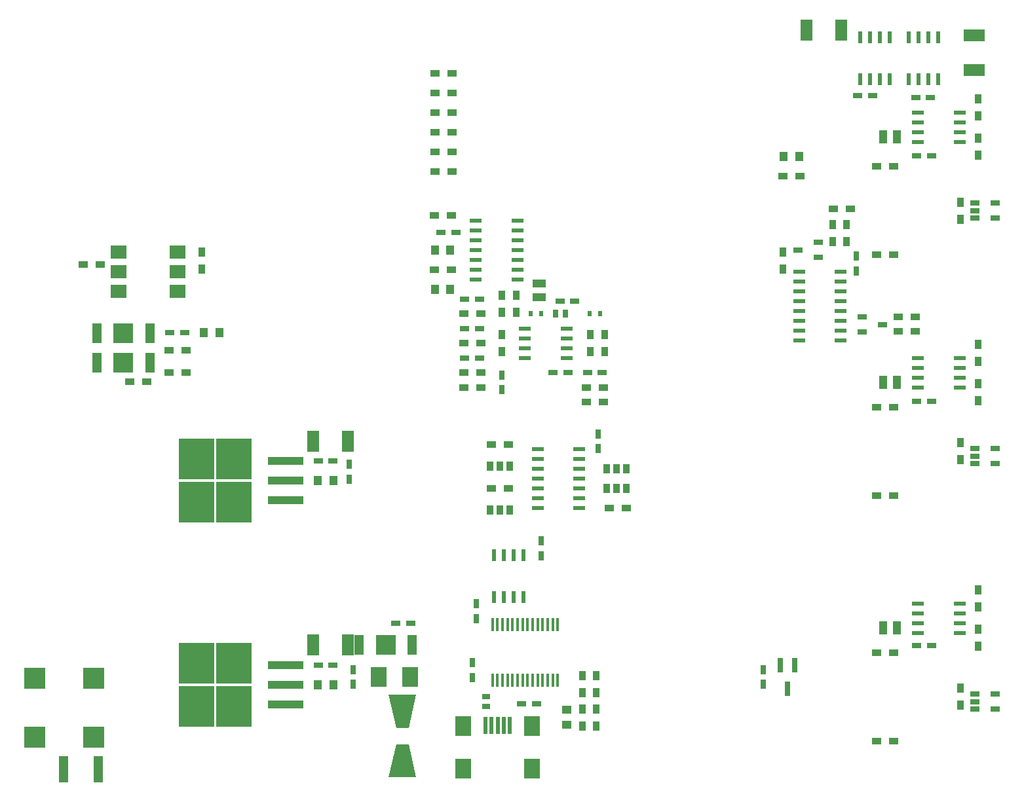
<source format=gbr>
G04 #@! TF.GenerationSoftware,KiCad,Pcbnew,5.0.0-rc2-dev-unknown-d906acc~62~ubuntu17.10.1*
G04 #@! TF.CreationDate,2018-03-15T16:12:45+00:00*
G04 #@! TF.ProjectId,WolfDrive_H7Controller,576F6C6644726976655F4837436F6E74,rev?*
G04 #@! TF.SameCoordinates,Original*
G04 #@! TF.FileFunction,Paste,Top*
G04 #@! TF.FilePolarity,Positive*
%FSLAX46Y46*%
G04 Gerber Fmt 4.6, Leading zero omitted, Abs format (unit mm)*
G04 Created by KiCad (PCBNEW 5.0.0-rc2-dev-unknown-d906acc~62~ubuntu17.10.1) date Thu Mar 15 16:12:45 2018*
%MOMM*%
%LPD*%
G01*
G04 APERTURE LIST*
%ADD10C,2.532420*%
%ADD11C,0.100000*%
%ADD12R,2.700000X2.700000*%
%ADD13R,0.500000X2.300000*%
%ADD14R,2.000000X2.500000*%
%ADD15R,0.750000X1.200000*%
%ADD16R,0.600000X1.550000*%
%ADD17R,1.200000X0.750000*%
%ADD18R,1.000000X1.250000*%
%ADD19R,1.250000X1.000000*%
%ADD20R,0.600000X0.700000*%
%ADD21R,0.900000X1.200000*%
%ADD22R,1.200000X0.900000*%
%ADD23R,1.016000X1.778000*%
%ADD24R,1.270000X2.540000*%
%ADD25R,2.540000X2.540000*%
%ADD26R,1.550000X0.600000*%
%ADD27R,0.635000X1.016000*%
%ADD28R,0.800000X1.900000*%
%ADD29R,2.000000X1.780000*%
%ADD30R,1.500000X0.600000*%
%ADD31R,4.550000X5.250000*%
%ADD32R,4.600000X1.100000*%
%ADD33R,1.016000X0.635000*%
%ADD34R,0.450000X1.750000*%
%ADD35R,1.220000X0.650000*%
%ADD36R,1.245000X3.500000*%
%ADD37R,1.778000X1.016000*%
%ADD38R,0.970000X1.270000*%
%ADD39R,1.501140X2.799080*%
%ADD40R,2.799080X1.501140*%
G04 APERTURE END LIST*
D10*
X1143000Y-20295000D03*
D11*
G36*
X-657000Y-18145000D02*
X2943000Y-18145000D01*
X1943000Y-22445000D01*
X343000Y-22445000D01*
X-657000Y-18145000D01*
X-657000Y-18145000D01*
G37*
D10*
X1143000Y-26695000D03*
D11*
G36*
X2943000Y-28845000D02*
X-657000Y-28845000D01*
X343000Y-24545000D01*
X1943000Y-24545000D01*
X2943000Y-28845000D01*
X2943000Y-28845000D01*
G37*
D12*
X-46345000Y-23612000D03*
X-46345000Y-16012000D03*
X-38745000Y-23612000D03*
X-38745000Y-16012000D03*
D13*
X11862000Y-22092000D03*
X12662000Y-22092000D03*
X13462000Y-22092000D03*
X14262000Y-22092000D03*
X15062000Y-22092000D03*
D14*
X9012000Y-22192000D03*
X9012000Y-27692000D03*
X17912000Y-22192000D03*
X17912000Y-27692000D03*
D15*
X-5207000Y-14925000D03*
X-5207000Y-16825000D03*
D16*
X16764000Y-94000D03*
X15494000Y-94000D03*
X14224000Y-94000D03*
X12954000Y-94000D03*
X12954000Y-5494000D03*
X14224000Y-5494000D03*
X15494000Y-5494000D03*
X16764000Y-5494000D03*
D17*
X-7813000Y-14351000D03*
X-9713000Y-14351000D03*
X69403000Y59055000D03*
X67503000Y59055000D03*
X60010000Y59309000D03*
X61910000Y59309000D03*
X320000Y-8890000D03*
X2220000Y-8890000D03*
X11110000Y29210000D03*
X9210000Y29210000D03*
D15*
X-5715000Y9718000D03*
X-5715000Y11618000D03*
D18*
X-9763000Y-16891000D03*
X-7763000Y-16891000D03*
X-7779000Y9525000D03*
X-9779000Y9525000D03*
D17*
X18476000Y-19304000D03*
X16576000Y-19304000D03*
D15*
X19050000Y-188000D03*
X19050000Y1712000D03*
D19*
X22352000Y-20082000D03*
X22352000Y-22082000D03*
D15*
X10668000Y-8316000D03*
X10668000Y-6416000D03*
D17*
X69530000Y51562000D03*
X67630000Y51562000D03*
X67630000Y-11811000D03*
X69530000Y-11811000D03*
X69530000Y19812000D03*
X67630000Y19812000D03*
X26985000Y23495000D03*
X25085000Y23495000D03*
D18*
X5350000Y39370000D03*
X7350000Y39370000D03*
X5350000Y34290000D03*
X7350000Y34290000D03*
X50435000Y51435000D03*
X52435000Y51435000D03*
D17*
X22540000Y23495000D03*
X20640000Y23495000D03*
X11110000Y33020000D03*
X9210000Y33020000D03*
X6162000Y41656000D03*
X8062000Y41656000D03*
D18*
X-24495000Y28702000D03*
X-22495000Y28702000D03*
D17*
X-28890000Y28702000D03*
X-26990000Y28702000D03*
X9210000Y25400000D03*
X11110000Y25400000D03*
D15*
X13970000Y21275000D03*
X13970000Y23175000D03*
X59817000Y38542000D03*
X59817000Y36642000D03*
X26416000Y13655000D03*
X26416000Y15555000D03*
X47752000Y-14925000D03*
X47752000Y-16825000D03*
D20*
X19115000Y31115000D03*
X17715000Y31115000D03*
X25335000Y31115000D03*
X26735000Y31115000D03*
D21*
X73279000Y43355000D03*
X73279000Y45555000D03*
D22*
X64600000Y38735000D03*
X62400000Y38735000D03*
X62400000Y-24130000D03*
X64600000Y-24130000D03*
X62400000Y7620000D03*
X64600000Y7620000D03*
X62400000Y50165000D03*
X64600000Y50165000D03*
X62400000Y-12700000D03*
X64600000Y-12700000D03*
X64600000Y19050000D03*
X62400000Y19050000D03*
D21*
X73279000Y-17310000D03*
X73279000Y-19510000D03*
X73279000Y12240000D03*
X73279000Y14440000D03*
D22*
X56812000Y44704000D03*
X59012000Y44704000D03*
D23*
X63246000Y53975000D03*
X65024000Y53975000D03*
X63246000Y-9525000D03*
X65024000Y-9525000D03*
X65024000Y22225000D03*
X63246000Y22225000D03*
D24*
X2413000Y-11684000D03*
D25*
X-1016000Y-11684000D03*
D24*
X-4445000Y-11684000D03*
X-38354000Y28575000D03*
D25*
X-34925000Y28575000D03*
D24*
X-31496000Y28575000D03*
X-31496000Y24765000D03*
D25*
X-34925000Y24765000D03*
D24*
X-38354000Y24765000D03*
D26*
X73185000Y53340000D03*
X73185000Y54610000D03*
X73185000Y55880000D03*
X73185000Y57150000D03*
X67785000Y57150000D03*
X67785000Y55880000D03*
X67785000Y54610000D03*
X67785000Y53340000D03*
X73185000Y-10160000D03*
X73185000Y-8890000D03*
X73185000Y-7620000D03*
X73185000Y-6350000D03*
X67785000Y-6350000D03*
X67785000Y-7620000D03*
X67785000Y-8890000D03*
X67785000Y-10160000D03*
X67785000Y21590000D03*
X67785000Y22860000D03*
X67785000Y24130000D03*
X67785000Y25400000D03*
X73185000Y25400000D03*
X73185000Y24130000D03*
X73185000Y22860000D03*
X73185000Y21590000D03*
D27*
X20949920Y31115000D03*
X22225000Y31115000D03*
D21*
X15875000Y31285000D03*
X15875000Y33485000D03*
D22*
X9060000Y31115000D03*
X11260000Y31115000D03*
X-29040000Y23495000D03*
X-26840000Y23495000D03*
D21*
X-24765000Y36873000D03*
X-24765000Y39073000D03*
D22*
X-31920000Y22288500D03*
X-34120000Y22288500D03*
X9060000Y21590000D03*
X11260000Y21590000D03*
X-40089000Y37465000D03*
X-37889000Y37465000D03*
D21*
X26162000Y-22182000D03*
X26162000Y-19982000D03*
X75565000Y51605000D03*
X75565000Y53805000D03*
X75565000Y56685000D03*
X75565000Y58885000D03*
X75565000Y-11895000D03*
X75565000Y-9695000D03*
X75565000Y-4615000D03*
X75565000Y-6815000D03*
X75565000Y22055000D03*
X75565000Y19855000D03*
X75565000Y27135000D03*
X75565000Y24935000D03*
D22*
X7577000Y57150000D03*
X5377000Y57150000D03*
X5377000Y54610000D03*
X7577000Y54610000D03*
X7577000Y49530000D03*
X5377000Y49530000D03*
X7577000Y52070000D03*
X5377000Y52070000D03*
X5377000Y62230000D03*
X7577000Y62230000D03*
X-29040000Y26416000D03*
X-26840000Y26416000D03*
X5377000Y59690000D03*
X7577000Y59690000D03*
X27135000Y19685000D03*
X24935000Y19685000D03*
X5250000Y43815000D03*
X7450000Y43815000D03*
X5250000Y36830000D03*
X7450000Y36830000D03*
X52535000Y48895000D03*
X50335000Y48895000D03*
X27135000Y21590000D03*
X24935000Y21590000D03*
D21*
X27305000Y28405000D03*
X27305000Y26205000D03*
X25400000Y28405000D03*
X25400000Y26205000D03*
X58547000Y40429000D03*
X58547000Y42629000D03*
D22*
X67394000Y28829000D03*
X65194000Y28829000D03*
X12616000Y14224000D03*
X14816000Y14224000D03*
X12616000Y8509000D03*
X14816000Y8509000D03*
X30056000Y5969000D03*
X27856000Y5969000D03*
X65194000Y30734000D03*
X67394000Y30734000D03*
D21*
X56769000Y40429000D03*
X56769000Y42629000D03*
D22*
X11260000Y23495000D03*
X9060000Y23495000D03*
X9060000Y27305000D03*
X11260000Y27305000D03*
D21*
X13970000Y28405000D03*
X13970000Y26205000D03*
X13970000Y33485000D03*
X13970000Y31285000D03*
D28*
X51877000Y-14375000D03*
X49977000Y-14375000D03*
X50927000Y-17375000D03*
D29*
X-35560000Y39116000D03*
X-27940000Y34036000D03*
X-35560000Y36576000D03*
X-27940000Y36576000D03*
X-35560000Y34036000D03*
X-27940000Y39116000D03*
D26*
X22385000Y29210000D03*
X22385000Y27940000D03*
X22385000Y26670000D03*
X22385000Y25400000D03*
X16985000Y25400000D03*
X16985000Y26670000D03*
X16985000Y27940000D03*
X16985000Y29210000D03*
D30*
X16035000Y43180000D03*
X16035000Y41910000D03*
X16035000Y40640000D03*
X16035000Y39370000D03*
X16035000Y38100000D03*
X16035000Y36830000D03*
X16035000Y35560000D03*
X10635000Y35560000D03*
X10635000Y36830000D03*
X10635000Y38100000D03*
X10635000Y39370000D03*
X10635000Y40640000D03*
X10635000Y41910000D03*
X10635000Y43180000D03*
X52418000Y36576000D03*
X52418000Y35306000D03*
X52418000Y34036000D03*
X52418000Y32766000D03*
X52418000Y31496000D03*
X52418000Y30226000D03*
X52418000Y28956000D03*
X52418000Y27686000D03*
X57818000Y27686000D03*
X57818000Y28956000D03*
X57818000Y30226000D03*
X57818000Y31496000D03*
X57818000Y32766000D03*
X57818000Y34036000D03*
X57818000Y35306000D03*
X57818000Y36576000D03*
X18636000Y13589000D03*
X18636000Y12319000D03*
X18636000Y11049000D03*
X18636000Y9779000D03*
X18636000Y8509000D03*
X18636000Y7239000D03*
X18636000Y5969000D03*
X24036000Y5969000D03*
X24036000Y7239000D03*
X24036000Y8509000D03*
X24036000Y9779000D03*
X24036000Y11049000D03*
X24036000Y12319000D03*
X24036000Y13589000D03*
D31*
X-20635000Y-14116000D03*
X-25485000Y-19666000D03*
X-20635000Y-19666000D03*
X-25485000Y-14116000D03*
D32*
X-13910000Y-14351000D03*
X-13910000Y-16891000D03*
X-13910000Y-19431000D03*
X-13910000Y6985000D03*
X-13910000Y9525000D03*
X-13910000Y12065000D03*
D31*
X-25485000Y12300000D03*
X-20635000Y6750000D03*
X-25485000Y6750000D03*
X-20635000Y12300000D03*
D17*
X-9713000Y12065000D03*
X-7813000Y12065000D03*
D15*
X10160000Y-15936000D03*
X10160000Y-14036000D03*
D21*
X24384000Y-15664000D03*
X24384000Y-17864000D03*
X26162000Y-17864000D03*
X26162000Y-15664000D03*
D33*
X11938000Y-18412460D03*
X11938000Y-19687540D03*
D21*
X24384000Y-19982000D03*
X24384000Y-22182000D03*
D34*
X21243000Y-9100000D03*
X20593000Y-9100000D03*
X19943000Y-9100000D03*
X19293000Y-9100000D03*
X18643000Y-9100000D03*
X17993000Y-9100000D03*
X17343000Y-9100000D03*
X16693000Y-9100000D03*
X16043000Y-9100000D03*
X15393000Y-9100000D03*
X14743000Y-9100000D03*
X14093000Y-9100000D03*
X13443000Y-9100000D03*
X12793000Y-9100000D03*
X12793000Y-16300000D03*
X13443000Y-16300000D03*
X14093000Y-16300000D03*
X14743000Y-16300000D03*
X15393000Y-16300000D03*
X16043000Y-16300000D03*
X16693000Y-16300000D03*
X17343000Y-16300000D03*
X17993000Y-16300000D03*
X18643000Y-16300000D03*
X19293000Y-16300000D03*
X19943000Y-16300000D03*
X20593000Y-16300000D03*
X21243000Y-16300000D03*
D14*
X-1873000Y-15875000D03*
X2127000Y-15875000D03*
D17*
X23429000Y32766000D03*
X21529000Y32766000D03*
D35*
X77764000Y13650000D03*
X77764000Y11750000D03*
X75144000Y11750000D03*
X75144000Y12700000D03*
X75144000Y13650000D03*
X77764000Y45400000D03*
X77764000Y43500000D03*
X75144000Y43500000D03*
X75144000Y44450000D03*
X75144000Y45400000D03*
X75144000Y-18100000D03*
X75144000Y-19050000D03*
X75144000Y-20000000D03*
X77764000Y-20000000D03*
X77764000Y-18100000D03*
D36*
X-38123500Y-27813000D03*
X-42648500Y-27813000D03*
D37*
X18796000Y35052000D03*
X18796000Y33274000D03*
D16*
X66548000Y66835000D03*
X67818000Y66835000D03*
X69088000Y66835000D03*
X70358000Y66835000D03*
X70358000Y61435000D03*
X69088000Y61435000D03*
X67818000Y61435000D03*
X66548000Y61435000D03*
X60325000Y61435000D03*
X61595000Y61435000D03*
X62865000Y61435000D03*
X64135000Y61435000D03*
X64135000Y66835000D03*
X62865000Y66835000D03*
X61595000Y66835000D03*
X60325000Y66835000D03*
D38*
X30099000Y11049000D03*
X28829000Y11049000D03*
X27559000Y11049000D03*
X14986000Y5715000D03*
X13716000Y5715000D03*
X12446000Y5715000D03*
X30099000Y8509000D03*
X28829000Y8509000D03*
X27559000Y8509000D03*
X12446000Y11430000D03*
X13716000Y11430000D03*
X14986000Y11430000D03*
D39*
X53375560Y67818000D03*
X57876440Y67818000D03*
X-5877560Y-11684000D03*
X-10378440Y-11684000D03*
X-10378440Y14605000D03*
X-5877560Y14605000D03*
D40*
X75057000Y62646560D03*
X75057000Y67147440D03*
D21*
X50292000Y36873000D03*
X50292000Y39073000D03*
D35*
X54904000Y38420000D03*
X54904000Y40320000D03*
X52284000Y39370000D03*
X63159000Y29718000D03*
X60539000Y28768000D03*
X60539000Y30668000D03*
M02*

</source>
